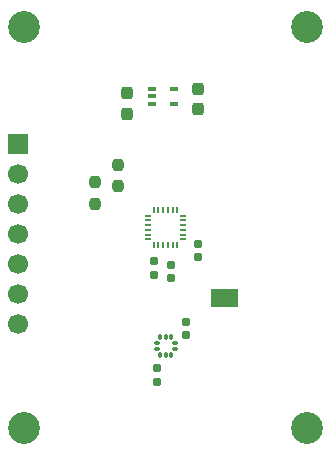
<source format=gbr>
%TF.GenerationSoftware,KiCad,Pcbnew,9.0.5*%
%TF.CreationDate,2025-10-10T13:47:40-04:00*%
%TF.ProjectId,IMU,494d552e-6b69-4636-9164-5f7063625858,0.2*%
%TF.SameCoordinates,Original*%
%TF.FileFunction,Soldermask,Top*%
%TF.FilePolarity,Negative*%
%FSLAX46Y46*%
G04 Gerber Fmt 4.6, Leading zero omitted, Abs format (unit mm)*
G04 Created by KiCad (PCBNEW 9.0.5) date 2025-10-10 13:47:40*
%MOMM*%
%LPD*%
G01*
G04 APERTURE LIST*
G04 Aperture macros list*
%AMRoundRect*
0 Rectangle with rounded corners*
0 $1 Rounding radius*
0 $2 $3 $4 $5 $6 $7 $8 $9 X,Y pos of 4 corners*
0 Add a 4 corners polygon primitive as box body*
4,1,4,$2,$3,$4,$5,$6,$7,$8,$9,$2,$3,0*
0 Add four circle primitives for the rounded corners*
1,1,$1+$1,$2,$3*
1,1,$1+$1,$4,$5*
1,1,$1+$1,$6,$7*
1,1,$1+$1,$8,$9*
0 Add four rect primitives between the rounded corners*
20,1,$1+$1,$2,$3,$4,$5,0*
20,1,$1+$1,$4,$5,$6,$7,0*
20,1,$1+$1,$6,$7,$8,$9,0*
20,1,$1+$1,$8,$9,$2,$3,0*%
G04 Aperture macros list end*
%ADD10C,2.700000*%
%ADD11RoundRect,0.155000X-0.155000X0.212500X-0.155000X-0.212500X0.155000X-0.212500X0.155000X0.212500X0*%
%ADD12R,1.000000X1.500000*%
%ADD13RoundRect,0.237500X-0.237500X0.250000X-0.237500X-0.250000X0.237500X-0.250000X0.237500X0.250000X0*%
%ADD14R,1.700000X1.700000*%
%ADD15C,1.700000*%
%ADD16RoundRect,0.237500X-0.237500X0.300000X-0.237500X-0.300000X0.237500X-0.300000X0.237500X0.300000X0*%
%ADD17RoundRect,0.100000X-0.225000X-0.100000X0.225000X-0.100000X0.225000X0.100000X-0.225000X0.100000X0*%
%ADD18RoundRect,0.087500X-0.125000X-0.087500X0.125000X-0.087500X0.125000X0.087500X-0.125000X0.087500X0*%
%ADD19RoundRect,0.087500X-0.087500X-0.125000X0.087500X-0.125000X0.087500X0.125000X-0.087500X0.125000X0*%
%ADD20RoundRect,0.050000X-0.225000X-0.050000X0.225000X-0.050000X0.225000X0.050000X-0.225000X0.050000X0*%
%ADD21RoundRect,0.050000X0.050000X-0.225000X0.050000X0.225000X-0.050000X0.225000X-0.050000X-0.225000X0*%
G04 APERTURE END LIST*
%TO.C,JP1*%
G36*
X154850000Y-105250000D02*
G01*
X155150000Y-105250000D01*
X155150000Y-106750000D01*
X154850000Y-106750000D01*
X154850000Y-105250000D01*
G37*
%TD*%
D10*
%TO.C,REF\u002A\u002A*%
X138000000Y-117000000D03*
%TD*%
D11*
%TO.C,C3*%
X150500000Y-103182500D03*
X150500000Y-104317500D03*
%TD*%
D12*
%TO.C,JP1*%
X154350000Y-106000000D03*
X155650000Y-106000000D03*
%TD*%
D13*
%TO.C,R1*%
X144000000Y-96175000D03*
X144000000Y-98000000D03*
%TD*%
D11*
%TO.C,C7*%
X151750000Y-108000000D03*
X151750000Y-109135000D03*
%TD*%
D14*
%TO.C,J1*%
X137500000Y-92920000D03*
D15*
X137500000Y-95460000D03*
X137500000Y-98000000D03*
X137500000Y-100540000D03*
X137500000Y-103080000D03*
X137500000Y-105620000D03*
X137500000Y-108160000D03*
%TD*%
D11*
%TO.C,C1*%
X149000000Y-102865000D03*
X149000000Y-104000000D03*
%TD*%
D10*
%TO.C,REF\u002A\u002A*%
X162000000Y-117000000D03*
%TD*%
D16*
%TO.C,C5*%
X152750000Y-88275000D03*
X152750000Y-90000000D03*
%TD*%
D13*
%TO.C,R2*%
X146000000Y-94675000D03*
X146000000Y-96500000D03*
%TD*%
D10*
%TO.C,REF\u002A\u002A*%
X162000000Y-83000000D03*
%TD*%
D17*
%TO.C,U3*%
X148850000Y-88250000D03*
X148850000Y-88900000D03*
X148850000Y-89550000D03*
X150750000Y-89550000D03*
X150750000Y-88250000D03*
%TD*%
D18*
%TO.C,U2*%
X150762500Y-109762500D03*
X150762500Y-110262500D03*
D19*
X150500000Y-110775000D03*
X150000000Y-110775000D03*
X149500000Y-110775000D03*
D18*
X149237500Y-110262500D03*
X149237500Y-109762500D03*
D19*
X149500000Y-109250000D03*
X150000000Y-109250000D03*
X150500000Y-109250000D03*
%TD*%
D11*
%TO.C,C2*%
X149250000Y-111932500D03*
X149250000Y-113067500D03*
%TD*%
%TO.C,C6*%
X152750000Y-101365000D03*
X152750000Y-102500000D03*
%TD*%
D10*
%TO.C,REF\u002A\u002A*%
X138000000Y-83000000D03*
%TD*%
D20*
%TO.C,U1*%
X148500000Y-99000000D03*
X148500000Y-99400000D03*
X148500000Y-99800000D03*
X148500000Y-100200000D03*
X148500000Y-100600000D03*
X148500000Y-101000000D03*
D21*
X149000000Y-101500000D03*
X149400000Y-101500000D03*
X149800000Y-101500000D03*
X150200000Y-101500000D03*
X150600000Y-101500000D03*
X151000000Y-101500000D03*
D20*
X151500000Y-101000000D03*
X151500000Y-100600000D03*
X151500000Y-100200000D03*
X151500000Y-99800000D03*
X151500000Y-99400000D03*
X151500000Y-99000000D03*
D21*
X151000000Y-98500000D03*
X150600000Y-98500000D03*
X150200000Y-98500000D03*
X149800000Y-98500000D03*
X149400000Y-98500000D03*
X149000000Y-98500000D03*
%TD*%
D16*
%TO.C,C4*%
X146750000Y-88637500D03*
X146750000Y-90362500D03*
%TD*%
M02*

</source>
